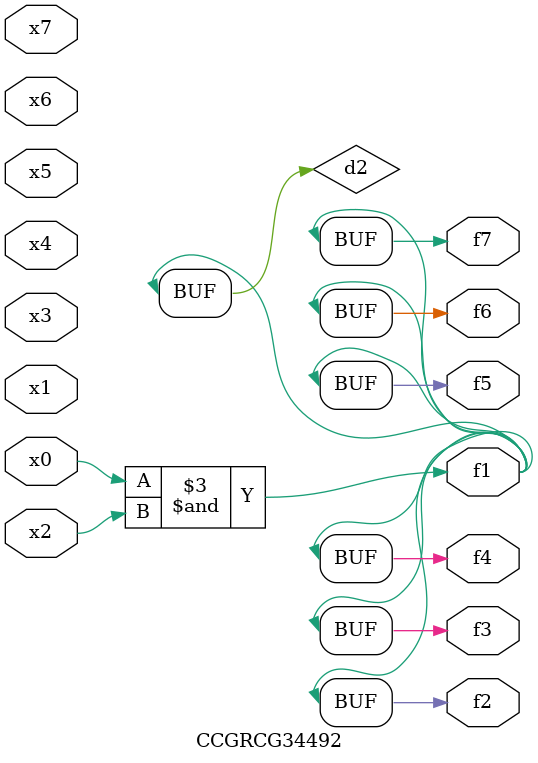
<source format=v>
module CCGRCG34492(
	input x0, x1, x2, x3, x4, x5, x6, x7,
	output f1, f2, f3, f4, f5, f6, f7
);

	wire d1, d2;

	nor (d1, x3, x6);
	and (d2, x0, x2);
	assign f1 = d2;
	assign f2 = d2;
	assign f3 = d2;
	assign f4 = d2;
	assign f5 = d2;
	assign f6 = d2;
	assign f7 = d2;
endmodule

</source>
